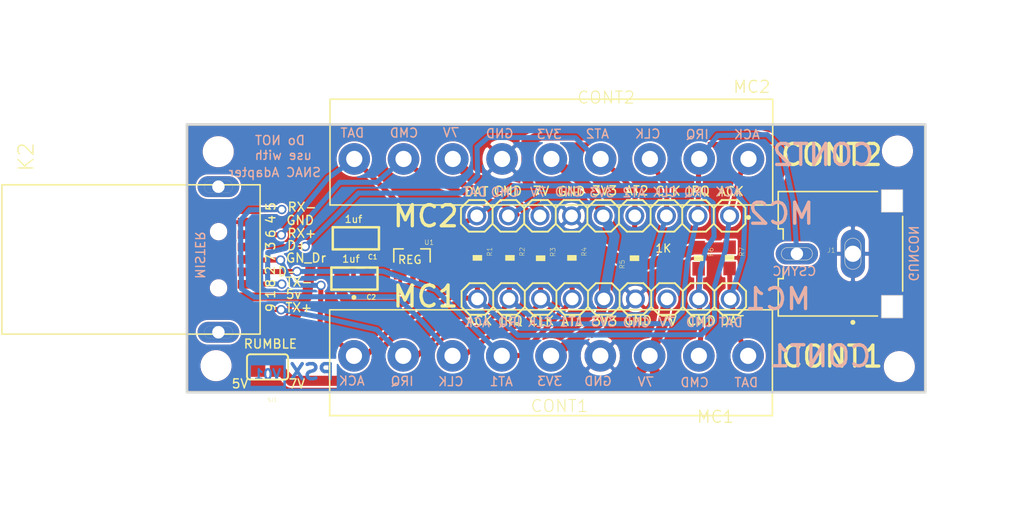
<source format=kicad_pcb>
(kicad_pcb (version 20171130) (host pcbnew "(5.1.12)-1")
  (layers (0 Top signal) (31 Bottom signal) (34 B.Paste user) (35 F.Paste user) (36 B.SilkS user) (37 F.SilkS user) (38 B.Mask user) (39 F.Mask user) (44 Edge.Cuts user))
  (net 0 "")
  (net 1 /IRQ10)
  (net 2 /CLK)
  (net 3 /5V)
  (net 4 /GND)
  (net 5 /DAT)
  (net 6 /ATT2)
  (net 7 /CMD)
  (net 8 /ATT1)
  (net 9 /ACK)
  (net 10 /3V)
  (net 11 /7V)
  (module "" (layer Top) (at 176.0855 113.7031)
    (fp_text reference @HOLE0 hide)
    (fp_text value "" (at 0 0) (layer F.SilkS) (effects (font (size 1.27 1.27))))
    (pad "" np_thru_hole circle (at 0 0) (size 2.2 2.2) (drill 2.2) (layers *.Cu *.Mask))
  )
  (module "" (layer Top) (at 121.3485 96.4311)
    (fp_text reference @HOLE1 hide)
    (fp_text value "" (at 0 0) (layer F.SilkS) (effects (font (size 1.27 1.27))))
    (pad "" np_thru_hole circle (at 0 0) (size 2.2 2.2) (drill 2.2) (layers *.Cu *.Mask))
  )
  (module "" (layer Top) (at 175.9331 96.3803)
    (fp_text reference @HOLE2 hide)
    (fp_text value "" (at 0 0) (layer F.SilkS) (effects (font (size 1.27 1.27))))
    (pad "" np_thru_hole circle (at 0 0) (size 2.2 2.2) (drill 2.2) (layers *.Cu *.Mask))
  )
  (module "" (layer Top) (at 121.1707 113.6269)
    (fp_text reference @HOLE3 hide)
    (fp_text value "" (at 0 0) (layer F.SilkS) (effects (font (size 1.27 1.27))))
    (pad "" np_thru_hole circle (at 0 0) (size 2.2 2.2) (drill 2.2) (layers *.Cu *.Mask))
  )
  (module "" (layer Top) (at 121.3739 102.8573)
    (fp_text reference @HOLE4 hide)
    (fp_text value "" (at 0 0) (layer F.SilkS) (effects (font (size 1.27 1.27))))
    (pad "" np_thru_hole circle (at 0 0) (size 1.1 1.1) (drill 1.1) (layers *.Cu *.Mask))
  )
  (module "" (layer Top) (at 121.3739 107.3785)
    (fp_text reference @HOLE5 hide)
    (fp_text value "" (at 0 0) (layer F.SilkS) (effects (font (size 1.27 1.27))))
    (pad "" np_thru_hole circle (at 0 0) (size 1.1 1.1) (drill 1.1) (layers *.Cu *.Mask))
  )
  (module psx-mister:692112030100 (layer Top) (at 123.8123 105.0925 90)
    (fp_text reference K2 (at 7 -17.2 90) (layer F.SilkS) (effects (font (size 1.2065 1.2065) (thickness 0.1016)) (justify left bottom)))
    (fp_text value 692112030100)
    (fp_arc (start 5.825 -1.775) (end 5.8 -1.3) (angle 90) (layer Edge.Cuts) (width 0.01))
    (fp_line (start 5.85 -1.3) (end 5.8 -1.3) (layer Edge.Cuts) (width 0.01))
    (fp_arc (start 5.85 -1.8) (end 6.35 -1.8) (angle 90) (layer Edge.Cuts) (width 0.01))
    (fp_line (start 6.35 -3.11) (end 6.35 -1.8) (layer Edge.Cuts) (width 0.01))
    (fp_arc (start 5.86 -3.11) (end 5.86 -3.6) (angle 90) (layer Edge.Cuts) (width 0.01))
    (fp_line (start 5.84 -3.6) (end 5.86 -3.6) (layer Edge.Cuts) (width 0.01))
    (fp_arc (start 5.84 -3.11) (end 5.35 -3.11) (angle 90) (layer Edge.Cuts) (width 0.01))
    (fp_line (start 5.35 -1.8) (end 5.35 -3.11) (layer Edge.Cuts) (width 0.01))
    (fp_line (start 5.35 -1.69) (end 5.35 -1.8) (layer Edge.Cuts) (width 0.01))
    (fp_arc (start -5.885 -1.765) (end -5.91 -1.3) (angle 90) (layer Edge.Cuts) (width 0.01))
    (fp_line (start -5.83 -1.3) (end -5.91 -1.3) (layer Edge.Cuts) (width 0.01))
    (fp_arc (start -5.83 -1.78) (end -5.35 -1.78) (angle 90) (layer Edge.Cuts) (width 0.01))
    (fp_line (start -5.35 -3.06) (end -5.35 -1.78) (layer Edge.Cuts) (width 0.01))
    (fp_arc (start -5.865 -3.085) (end -5.84 -3.6) (angle 90) (layer Edge.Cuts) (width 0.01))
    (fp_line (start -5.85 -3.6) (end -5.84 -3.6) (layer Edge.Cuts) (width 0.01))
    (fp_arc (start -5.85 -3.1) (end -6.35 -3.1) (angle 90) (layer Edge.Cuts) (width 0.01))
    (fp_line (start -6.35 -1.79) (end -6.35 -3.1) (layer Edge.Cuts) (width 0.01))
    (pad 9 smd rect (at -4 0 180) (size 1.8 0.7) (layers Top F.Paste F.Mask) (net 1 /IRQ10))
    (pad 5 smd rect (at 4 0 180) (size 1.8 0.7) (layers Top F.Paste F.Mask) (net 2 /CLK))
    (pad 1 smd rect (at -3 0 180) (size 1.8 0.7) (layers Top F.Paste F.Mask) (net 3 /5V))
    (pad 4 smd rect (at 3 0 180) (size 1.8 0.7) (layers Top F.Paste F.Mask) (net 4 /GND))
    (pad 6 smd rect (at 2 0 180) (size 1.8 0.7) (layers Top F.Paste F.Mask) (net 5 /DAT))
    (pad 3 smd rect (at 1 0 180) (size 1.8 0.7) (layers Top F.Paste F.Mask) (net 6 /ATT2))
    (pad 8 smd rect (at -2 0 180) (size 1.8 0.7) (layers Top F.Paste F.Mask) (net 7 /CMD))
    (pad 2 smd rect (at -1 0 180) (size 1.8 0.7) (layers Top F.Paste F.Mask) (net 8 /ATT1))
    (pad 7 smd rect (at 0 0 180) (size 1.8 0.7) (layers Top F.Paste F.Mask) (net 9 /ACK))
    (pad Z2 thru_hole oval (at -5.85 -2.45 180) (size 3.3528 1.6764) (drill 1) (layers *.Cu *.Mask))
    (pad Z1 thru_hole oval (at 5.85 -2.45 180) (size 3.3528 1.6764) (drill 1) (layers *.Cu *.Mask))
  )
  (module psx-mister:C0805 (layer Top) (at 132.407659 103.393241 180)
    (fp_text reference C1 (at -1.778 -1.27 180) (layer F.SilkS) (effects (font (size 0.38608 0.38608) (thickness 0.073152)) (justify right top)))
    (fp_text value 1uf)
    (pad 2 smd rect (at 1.016 0 180) (size 1.2 1.3) (layers Top F.Paste F.Mask) (net 3 /5V))
    (pad 1 smd rect (at -1.016 0 180) (size 1.2 1.3) (layers Top F.Paste F.Mask) (net 4 /GND))
  )
  (module psx-mister:C0805 (layer Top) (at 132.2959 106.629207 180)
    (fp_text reference C2 (at -1.778 -1.27 180) (layer F.SilkS) (effects (font (size 0.38608 0.38608) (thickness 0.073152)) (justify right top)))
    (fp_text value 1uf)
    (pad 2 smd rect (at 1.016 0 180) (size 1.2 1.3) (layers Top F.Paste F.Mask) (net 10 /3V))
    (pad 1 smd rect (at -1.016 0 180) (size 1.2 1.3) (layers Top F.Paste F.Mask) (net 4 /GND))
  )
  (module psx-mister:SOT-23 (layer Top) (at 136.9187 105.0417)
    (fp_text reference U1 (at 0.961481 -1.095918) (layer F.SilkS) (effects (font (size 0.38608 0.38608) (thickness 0.042468)) (justify left bottom)))
    (fp_text value "PMIC-LDO-XC6206P332MR-G(SOT23)")
    (pad 1 smd rect (at -0.95 1.06 180) (size 1.016 1.2) (layers Top F.Paste F.Mask) (net 4 /GND))
    (pad 2 smd rect (at 0.95 1.06) (size 1.016 1.2) (layers Top F.Paste F.Mask) (net 10 /3V))
    (pad 3 smd rect (at 0 -1.06) (size 1.016 1.2) (layers Top F.Paste F.Mask) (net 3 /5V))
  )
  (module psx-mister:CUI_RCJ-044 (layer Top) (at 172.3517 104.6353)
    (fp_text reference J1 (at -2.0884 -0.0564) (layer F.SilkS) (effects (font (size 0.38608 0.38608) (thickness 0.030886)) (justify left bottom)))
    (fp_text value RCJ-044)
    (fp_arc (start 0 -0.6) (end 0 -1.25) (angle 90) (layer Edge.Cuts) (width 0.05))
    (fp_arc (start 0 -0.6) (end -0.65 -0.6) (angle 90) (layer Edge.Cuts) (width 0.05))
    (fp_line (start -0.65 0.6) (end -0.65 -0.6) (layer Edge.Cuts) (width 0.05))
    (fp_arc (start 0 0.6) (end 0 1.25) (angle 90) (layer Edge.Cuts) (width 0.05))
    (fp_arc (start 0 0.6) (end 0.65 0.6) (angle 90) (layer Edge.Cuts) (width 0.05))
    (fp_line (start 0.65 -0.6) (end 0.65 0.6) (layer Edge.Cuts) (width 0.05))
    (fp_arc (start -3.75 0) (end -3.75 -0.5) (angle 90) (layer Edge.Cuts) (width 0.05))
    (fp_line (start -5.25 -0.5) (end -3.75 -0.5) (layer Edge.Cuts) (width 0.05))
    (fp_arc (start -5.25 0) (end -5.75 0) (angle 90) (layer Edge.Cuts) (width 0.05))
    (fp_arc (start -5.25 0) (end -5.25 0.5) (angle 90) (layer Edge.Cuts) (width 0.05))
    (fp_line (start -3.75 0.5) (end -5.25 0.5) (layer Edge.Cuts) (width 0.05))
    (fp_arc (start -3.75 0) (end -3.25 0) (angle 90) (layer Edge.Cuts) (width 0.05))
    (fp_line (start 4 3.35) (end 2.3 3.35) (layer Edge.Cuts) (width 0.05))
    (fp_line (start 4 5.15) (end 4 3.35) (layer Edge.Cuts) (width 0.05))
    (fp_line (start 2.3 5.15) (end 4 5.15) (layer Edge.Cuts) (width 0.05))
    (fp_line (start 2.3 3.35) (end 2.3 5.15) (layer Edge.Cuts) (width 0.05))
    (fp_line (start 4 -5.15) (end 2.3 -5.15) (layer Edge.Cuts) (width 0.05))
    (fp_line (start 4 -3.35) (end 4 -5.15) (layer Edge.Cuts) (width 0.05))
    (fp_line (start 2.3 -3.35) (end 4 -3.35) (layer Edge.Cuts) (width 0.05))
    (fp_line (start 2.3 -5.15) (end 2.3 -3.35) (layer Edge.Cuts) (width 0.05))
    (pad 2 thru_hole oval (at -4.5 0 180) (size 3.4 1.7) (drill 1) (layers *.Cu *.Mask) (net 1 /IRQ10))
    (pad 1 thru_hole oval (at 0 0 90) (size 3.9 1.95) (drill 1.3) (layers *.Cu *.Mask) (net 4 /GND))
  )
  (module psx-mister:1X09-S (layer Top) (at 152.3365 108.2675)
    (fp_text reference MC1 (at 7.4168 10.033) (layer F.SilkS) (effects (font (size 0.9652 0.9652) (thickness 0.09652)) (justify left bottom)))
    (fp_text value PINHD-1X09_2.54-S)
    (pad 9 thru_hole circle (at 10.16 0) (size 1.524 1.524) (drill 1.016) (layers *.Cu *.Mask) (net 5 /DAT))
    (pad 8 thru_hole circle (at 7.62 0) (size 1.524 1.524) (drill 1.016) (layers *.Cu *.Mask) (net 7 /CMD))
    (pad 7 thru_hole circle (at 5.08 0) (size 1.524 1.524) (drill 1.016) (layers *.Cu *.Mask) (net 11 /7V))
    (pad 6 thru_hole circle (at 2.54 0) (size 1.524 1.524) (drill 1.016) (layers *.Cu *.Mask) (net 4 /GND))
    (pad 5 thru_hole circle (at 0 0) (size 1.524 1.524) (drill 1.016) (layers *.Cu *.Mask) (net 10 /3V))
    (pad 4 thru_hole circle (at -2.54 0) (size 1.524 1.524) (drill 1.016) (layers *.Cu *.Mask) (net 8 /ATT1))
    (pad 3 thru_hole circle (at -5.08 0) (size 1.524 1.524) (drill 1.016) (layers *.Cu *.Mask) (net 2 /CLK))
    (pad 2 thru_hole circle (at -7.62 0) (size 1.524 1.524) (drill 1.016) (layers *.Cu *.Mask) (net 1 /IRQ10))
    (pad 1 thru_hole circle (at -10.16 0) (size 1.524 1.524) (drill 1.016) (layers *.Cu *.Mask) (net 9 /ACK))
  )
  (module psx-mister:TE_PS2 (layer Top) (at 148.0947 112.8395)
    (fp_text reference CONT1 (at -1.6958 4.5964) (layer F.SilkS) (effects (font (size 0.9652 0.9652) (thickness 0.077216)) (justify left bottom)))
    (fp_text value PS2)
    (pad 9 thru_hole circle (at 15.84 0) (size 2.54 2.54) (drill 1.3) (layers *.Cu *.Mask) (net 5 /DAT))
    (pad 8 thru_hole circle (at 11.88 0) (size 2.54 2.54) (drill 1.3) (layers *.Cu *.Mask) (net 7 /CMD))
    (pad 7 thru_hole circle (at 7.92 0) (size 2.54 2.54) (drill 1.3) (layers *.Cu *.Mask) (net 11 /7V))
    (pad 6 thru_hole circle (at 3.96 0) (size 2.54 2.54) (drill 1.3) (layers *.Cu *.Mask) (net 4 /GND))
    (pad 5 thru_hole circle (at 0 0) (size 2.54 2.54) (drill 1.3) (layers *.Cu *.Mask) (net 10 /3V))
    (pad 4 thru_hole circle (at -3.96 0) (size 2.54 2.54) (drill 1.3) (layers *.Cu *.Mask) (net 8 /ATT1))
    (pad 3 thru_hole circle (at -7.92 0) (size 2.54 2.54) (drill 1.3) (layers *.Cu *.Mask) (net 2 /CLK))
    (pad 2 thru_hole circle (at -11.88 0) (size 2.54 2.54) (drill 1.3) (layers *.Cu *.Mask) (net 1 /IRQ10))
    (pad 1 thru_hole circle (at -15.84 0 180) (size 2.54 2.54) (drill 1.3) (layers *.Cu *.Mask) (net 9 /ACK))
  )
  (module psx-mister:1X09-S (layer Top) (at 152.2857 101.5873 180)
    (fp_text reference MC2 (at -10.3886 9.8044) (layer F.SilkS) (effects (font (size 0.9652 0.9652) (thickness 0.09652)) (justify left bottom)))
    (fp_text value PINHD-1X09_2.54-S)
    (pad 9 thru_hole circle (at 10.16 0 180) (size 1.524 1.524) (drill 1.016) (layers *.Cu *.Mask) (net 5 /DAT))
    (pad 8 thru_hole circle (at 7.62 0 180) (size 1.524 1.524) (drill 1.016) (layers *.Cu *.Mask) (net 7 /CMD))
    (pad 7 thru_hole circle (at 5.08 0 180) (size 1.524 1.524) (drill 1.016) (layers *.Cu *.Mask) (net 11 /7V))
    (pad 6 thru_hole circle (at 2.54 0 180) (size 1.524 1.524) (drill 1.016) (layers *.Cu *.Mask) (net 4 /GND))
    (pad 5 thru_hole circle (at 0 0 180) (size 1.524 1.524) (drill 1.016) (layers *.Cu *.Mask) (net 10 /3V))
    (pad 4 thru_hole circle (at -2.54 0 180) (size 1.524 1.524) (drill 1.016) (layers *.Cu *.Mask) (net 6 /ATT2))
    (pad 3 thru_hole circle (at -5.08 0 180) (size 1.524 1.524) (drill 1.016) (layers *.Cu *.Mask) (net 2 /CLK))
    (pad 2 thru_hole circle (at -7.62 0 180) (size 1.524 1.524) (drill 1.016) (layers *.Cu *.Mask) (net 1 /IRQ10))
    (pad 1 thru_hole circle (at -10.16 0 180) (size 1.524 1.524) (drill 1.016) (layers *.Cu *.Mask) (net 9 /ACK))
  )
  (module psx-mister:TE_PS2 (layer Top) (at 148.1201 97.0153 180)
    (fp_text reference CONT2 (at -2.026 4.3678) (layer F.SilkS) (effects (font (size 0.9652 0.9652) (thickness 0.077216)) (justify left bottom)))
    (fp_text value PS2)
    (pad 9 thru_hole circle (at 15.84 0 180) (size 2.54 2.54) (drill 1.3) (layers *.Cu *.Mask) (net 5 /DAT))
    (pad 8 thru_hole circle (at 11.88 0 180) (size 2.54 2.54) (drill 1.3) (layers *.Cu *.Mask) (net 7 /CMD))
    (pad 7 thru_hole circle (at 7.92 0 180) (size 2.54 2.54) (drill 1.3) (layers *.Cu *.Mask) (net 11 /7V))
    (pad 6 thru_hole circle (at 3.96 0 180) (size 2.54 2.54) (drill 1.3) (layers *.Cu *.Mask) (net 4 /GND))
    (pad 5 thru_hole circle (at 0 0 180) (size 2.54 2.54) (drill 1.3) (layers *.Cu *.Mask) (net 10 /3V))
    (pad 4 thru_hole circle (at -3.96 0 180) (size 2.54 2.54) (drill 1.3) (layers *.Cu *.Mask) (net 6 /ATT2))
    (pad 3 thru_hole circle (at -7.92 0 180) (size 2.54 2.54) (drill 1.3) (layers *.Cu *.Mask) (net 2 /CLK))
    (pad 2 thru_hole circle (at -11.88 0 180) (size 2.54 2.54) (drill 1.3) (layers *.Cu *.Mask) (net 1 /IRQ10))
    (pad 1 thru_hole circle (at -15.84 0) (size 2.54 2.54) (drill 1.3) (layers *.Cu *.Mask) (net 9 /ACK))
  )
  (module psx-mister:SJ (layer Top) (at 125.3109 113.7285)
    (fp_text reference SJ1 (at -0.0254 2.8194) (layer F.SilkS) (effects (font (size 0.28956 0.28956) (thickness 0.028956)) (justify left bottom)))
    (fp_text value SJ)
    (pad 2 smd rect (at 0.762 0) (size 1.1684 1.6002) (layers Top F.Paste F.Mask) (net 11 /7V))
    (pad 1 smd rect (at -0.762 0) (size 1.1684 1.6002) (layers Top F.Paste F.Mask) (net 3 /5V))
  )
  (module psx-mister:0603-RES (layer Top) (at 142.1765 104.9655 270)
    (fp_text reference R1 (at -0.889 -0.762 270) (layer F.SilkS) (effects (font (size 0.38608 0.38608) (thickness 0.032512)) (justify right top)))
    (fp_text value 1K)
    (pad 2 smd rect (at 0.85 0 270) (size 1.1 1) (layers Top F.Paste F.Mask) (net 9 /ACK))
    (pad 1 smd rect (at -0.85 0 270) (size 1.1 1) (layers Top F.Paste F.Mask) (net 10 /3V))
  )
  (module psx-mister:0603-RES (layer Top) (at 144.7927 104.9655 270)
    (fp_text reference R2 (at -0.889 -0.762 270) (layer F.SilkS) (effects (font (size 0.38608 0.38608) (thickness 0.032512)) (justify right top)))
    (fp_text value 1K)
    (pad 2 smd rect (at 0.85 0 270) (size 1.1 1) (layers Top F.Paste F.Mask) (net 1 /IRQ10))
    (pad 1 smd rect (at -0.85 0 270) (size 1.1 1) (layers Top F.Paste F.Mask) (net 10 /3V))
  )
  (module psx-mister:0603-RES (layer Top) (at 147.2565 104.9909 270)
    (fp_text reference R3 (at -0.889 -0.762 270) (layer F.SilkS) (effects (font (size 0.38608 0.38608) (thickness 0.032512)) (justify right top)))
    (fp_text value 1K)
    (pad 2 smd rect (at 0.85 0 270) (size 1.1 1) (layers Top F.Paste F.Mask) (net 2 /CLK))
    (pad 1 smd rect (at -0.85 0 270) (size 1.1 1) (layers Top F.Paste F.Mask) (net 10 /3V))
  )
  (module psx-mister:0603-RES (layer Top) (at 149.7711 104.9655 270)
    (fp_text reference R4 (at -0.889 -0.762 270) (layer F.SilkS) (effects (font (size 0.38608 0.38608) (thickness 0.032512)) (justify right top)))
    (fp_text value 1K)
    (pad 2 smd rect (at 0.85 0 270) (size 1.1 1) (layers Top F.Paste F.Mask) (net 8 /ATT1))
    (pad 1 smd rect (at -0.85 0 270) (size 1.1 1) (layers Top F.Paste F.Mask) (net 10 /3V))
  )
  (module psx-mister:0603-RES (layer Top) (at 154.8003 104.9909 90)
    (fp_text reference R5 (at -0.889 -0.762 90) (layer F.SilkS) (effects (font (size 0.38608 0.38608) (thickness 0.032512)) (justify left bottom)))
    (fp_text value 1K)
    (pad 2 smd rect (at 0.85 0 90) (size 1.1 1) (layers Top F.Paste F.Mask) (net 6 /ATT2))
    (pad 1 smd rect (at -0.85 0 90) (size 1.1 1) (layers Top F.Paste F.Mask) (net 10 /3V))
  )
  (module psx-mister:0603-RES (layer Top) (at 159.9565 104.9909 270)
    (fp_text reference R6 (at -0.889 -0.762 270) (layer F.SilkS) (effects (font (size 0.38608 0.38608) (thickness 0.032512)) (justify right top)))
    (fp_text value 1K)
    (pad 2 smd rect (at 0.85 0 270) (size 1.1 1) (layers Top F.Paste F.Mask) (net 7 /CMD))
    (pad 1 smd rect (at -0.85 0 270) (size 1.1 1) (layers Top F.Paste F.Mask) (net 10 /3V))
  )
  (module psx-mister:0603-RES (layer Top) (at 162.4457 104.9655 270)
    (fp_text reference R7 (at -0.889 -0.762 270) (layer F.SilkS) (effects (font (size 0.38608 0.38608) (thickness 0.032512)) (justify right top)))
    (fp_text value 1K)
    (pad 2 smd rect (at 0.85 0 270) (size 1.1 1) (layers Top F.Paste F.Mask) (net 5 /DAT))
    (pad 1 smd rect (at -0.85 0 270) (size 1.1 1) (layers Top F.Paste F.Mask) (net 10 /3V))
  )
  (gr_line (start 118.8339 115.7605) (end 178.1683 115.7605) (layer Edge.Cuts) (width 0.2032))
  (gr_line (start 178.1683 115.7605) (end 178.1683 94.2467) (layer Edge.Cuts) (width 0.2032))
  (gr_line (start 178.1683 94.2467) (end 118.8339 94.2467) (layer Edge.Cuts) (width 0.2032))
  (gr_line (start 118.8339 94.2467) (end 118.8339 115.7605) (layer Edge.Cuts) (width 0.2032))
  (gr_text PSX (at 126.9365 113.4237) (layer Bottom) (effects (font (size 1.2065 1.2065) (thickness 0.2794)) (justify right top mirror)))
  (gr_text 7V (at 156.4513 115.3541) (layer B.SilkS) (effects (font (size 0.7239 0.7239) (thickness 0.1143)) (justify left bottom mirror)))
  (gr_text DAT (at 164.8079 115.4049) (layer B.SilkS) (effects (font (size 0.7239 0.7239) (thickness 0.1143)) (justify left bottom mirror)))
  (gr_text CMD (at 160.8455 115.4049) (layer B.SilkS) (effects (font (size 0.7239 0.7239) (thickness 0.1143)) (justify left bottom mirror)))
  (gr_text CLK (at 141.1351 115.3287) (layer B.SilkS) (effects (font (size 0.7239 0.7239) (thickness 0.1143)) (justify left bottom mirror)))
  (gr_text 3V3 (at 149.0599 115.3033) (layer B.SilkS) (effects (font (size 0.7239 0.7239) (thickness 0.1143)) (justify left bottom mirror)))
  (gr_text GND (at 153.0477 115.3033) (layer B.SilkS) (effects (font (size 0.7239 0.7239) (thickness 0.1143)) (justify left bottom mirror)))
  (gr_text RUMBLE (at 123.3297 112.3061) (layer F.SilkS) (effects (font (size 0.7239 0.7239) (thickness 0.1143)) (justify left bottom)))
  (gr_text REG (at 137.7569 104.7369) (layer F.SilkS) (effects (font (size 0.65151 0.65151) (thickness 0.10287)) (justify right top)))
  (gr_text CONT1 (at 166.4589 113.8809) (layer F.SilkS) (effects (font (size 1.6891 1.6891) (thickness 0.2667)) (justify left bottom)))
  (gr_text 7V (at 126.9365 115.5065) (layer F.SilkS) (effects (font (size 0.7239 0.7239) (thickness 0.1143)) (justify left bottom)))
  (gr_text AT1 (at 145.0975 115.3287) (layer B.SilkS) (effects (font (size 0.7239 0.7239) (thickness 0.1143)) (justify left bottom mirror)))
  (gr_text ACK (at 133.1849 115.2779) (layer B.SilkS) (effects (font (size 0.7239 0.7239) (thickness 0.1143)) (justify left bottom mirror)))
  (gr_text "use with " (at 128.9431 97.1423) (layer B.SilkS) (effects (font (size 0.7239 0.7239) (thickness 0.1143)) (justify left bottom mirror)))
  (gr_text "SNAC Adapter" (at 122.1105 97.6757) (layer B.SilkS) (effects (font (size 0.7239 0.7239) (thickness 0.1143)) (justify right top mirror)))
  (gr_text 1 (at 125.9713 108.3183 90) (layer F.SilkS) (effects (font (size 0.7239 0.7239) (thickness 0.1143)) (justify left bottom)))
  (gr_text 9 (at 125.9967 109.3851 90) (layer F.SilkS) (effects (font (size 0.7239 0.7239) (thickness 0.1143)) (justify left bottom)))
  (gr_text 8 (at 125.9713 107.4293 90) (layer F.SilkS) (effects (font (size 0.7239 0.7239) (thickness 0.1143)) (justify left bottom)))
  (gr_text 2 (at 125.9459 106.3879 90) (layer F.SilkS) (effects (font (size 0.7239 0.7239) (thickness 0.1143)) (justify left bottom)))
  (gr_text 7 (at 125.9713 105.4227 90) (layer F.SilkS) (effects (font (size 0.7239 0.7239) (thickness 0.1143)) (justify left bottom)))
  (gr_text 3 (at 125.9713 104.4321 90) (layer F.SilkS) (effects (font (size 0.7239 0.7239) (thickness 0.1143)) (justify left bottom)))
  (gr_text 6 (at 125.9967 103.4415 90) (layer F.SilkS) (effects (font (size 0.7239 0.7239) (thickness 0.1143)) (justify left bottom)))
  (gr_text 4 (at 125.9967 102.2985 90) (layer F.SilkS) (effects (font (size 0.7239 0.7239) (thickness 0.1143)) (justify left bottom)))
  (gr_text 5 (at 125.9967 101.2571 90) (layer F.SilkS) (effects (font (size 0.7239 0.7239) (thickness 0.1143)) (justify left bottom)))
  (gr_text RX- (at 126.8603 101.3079) (layer F.SilkS) (effects (font (size 0.7239 0.7239) (thickness 0.1143)) (justify left bottom)))
  (gr_text RX+ (at 126.8349 103.4161) (layer F.SilkS) (effects (font (size 0.7239 0.7239) (thickness 0.1143)) (justify left bottom)))
  (gr_text TX- (at 126.7079 107.3277) (layer F.SilkS) (effects (font (size 0.7239 0.7239) (thickness 0.1143)) (justify left bottom)))
  (gr_text 5v (at 126.7079 108.3183) (layer F.SilkS) (effects (font (size 0.7239 0.7239) (thickness 0.1143)) (justify left bottom)))
  (gr_text TX+ (at 126.6825 109.3851) (layer F.SilkS) (effects (font (size 0.7239 0.7239) (thickness 0.1143)) (justify left bottom)))
  (gr_text GUNCON (at 177.6349 102.2985 -90) (layer B.SilkS) (effects (font (size 0.7239 0.7239) (thickness 0.1143)) (justify right top mirror)))
  (gr_text V01 (at 124.1171 113.8809) (layer Bottom) (effects (font (size 0.77216 0.77216) (thickness 0.178816)) (justify right top mirror)))
  (gr_text CSYNC (at 169.4815 106.4641) (layer B.SilkS) (effects (font (size 0.7239 0.7239) (thickness 0.1143)) (justify left bottom mirror)))
  (gr_text 1uf (at 131.4577 102.1969) (layer F.SilkS) (effects (font (size 0.57912 0.57912) (thickness 0.09144)) (justify left bottom)))
  (gr_text 1uf (at 132.7785 104.7115) (layer F.SilkS) (effects (font (size 0.57912 0.57912) (thickness 0.09144)) (justify right top)))
  (gr_text 7V (at 139.3317 94.4753) (layer B.SilkS) (effects (font (size 0.7239 0.7239) (thickness 0.1143)) (justify right top mirror)))
  (gr_text DAT (at 131.1021 94.5007) (layer B.SilkS) (effects (font (size 0.7239 0.7239) (thickness 0.1143)) (justify right top mirror)))
  (gr_text CMD (at 135.0645 94.5007) (layer B.SilkS) (effects (font (size 0.7239 0.7239) (thickness 0.1143)) (justify right top mirror)))
  (gr_text CLK (at 154.7749 94.5769) (layer B.SilkS) (effects (font (size 0.7239 0.7239) (thickness 0.1143)) (justify right top mirror)))
  (gr_text 3V3 (at 146.8755 94.6023) (layer B.SilkS) (effects (font (size 0.7239 0.7239) (thickness 0.1143)) (justify right top mirror)))
  (gr_text GND (at 142.7861 94.5515) (layer B.SilkS) (effects (font (size 0.7239 0.7239) (thickness 0.1143)) (justify right top mirror)))
  (gr_text AT2 (at 150.8125 94.5769) (layer B.SilkS) (effects (font (size 0.7239 0.7239) (thickness 0.1143)) (justify right top mirror)))
  (gr_text ACK (at 162.7251 94.6277) (layer B.SilkS) (effects (font (size 0.7239 0.7239) (thickness 0.1143)) (justify right top mirror)))
  (gr_text 5V (at 122.3645 115.5065) (layer F.SilkS) (effects (font (size 0.7239 0.7239) (thickness 0.1143)) (justify left bottom)))
  (gr_text IRQ (at 137.1219 115.3033) (layer B.SilkS) (effects (font (size 0.7239 0.7239) (thickness 0.1143)) (justify left bottom mirror)))
  (gr_text IRQ (at 158.8643 94.6277) (layer B.SilkS) (effects (font (size 0.7239 0.7239) (thickness 0.1143)) (justify right top mirror)))
  (gr_text 7V (at 156.8069 110.4519) (layer F.SilkS) (effects (font (size 0.7239 0.7239) (thickness 0.1143)) (justify left bottom)))
  (gr_text DAT (at 161.6329 110.4265) (layer F.SilkS) (effects (font (size 0.7239 0.7239) (thickness 0.1143)) (justify left bottom)))
  (gr_text CMD (at 158.9913 110.4519) (layer F.SilkS) (effects (font (size 0.7239 0.7239) (thickness 0.1143)) (justify left bottom)))
  (gr_text CLK (at 146.2405 110.4519) (layer F.SilkS) (effects (font (size 0.7239 0.7239) (thickness 0.1143)) (justify left bottom)))
  (gr_text 3V3 (at 151.3459 110.4773) (layer F.SilkS) (effects (font (size 0.7239 0.7239) (thickness 0.1143)) (justify left bottom)))
  (gr_text GND (at 153.9113 110.4265) (layer F.SilkS) (effects (font (size 0.7239 0.7239) (thickness 0.1143)) (justify left bottom)))
  (gr_text AT1 (at 148.8313 110.4773) (layer F.SilkS) (effects (font (size 0.7239 0.7239) (thickness 0.1143)) (justify left bottom)))
  (gr_text ACK (at 141.2367 110.4519) (layer F.SilkS) (effects (font (size 0.7239 0.7239) (thickness 0.1143)) (justify left bottom)))
  (gr_text IRQ (at 143.9037 110.4519) (layer F.SilkS) (effects (font (size 0.7239 0.7239) (thickness 0.1143)) (justify left bottom)))
  (gr_text 7V (at 148.0185 99.1743) (layer F.SilkS) (effects (font (size 0.7239 0.7239) (thickness 0.1143)) (justify right top)))
  (gr_text DAT (at 143.1417 99.2251) (layer F.SilkS) (effects (font (size 0.7239 0.7239) (thickness 0.1143)) (justify right top)))
  (gr_text CMD (at 145.8341 99.1743) (layer F.SilkS) (effects (font (size 0.7239 0.7239) (thickness 0.1143)) (justify right top)))
  (gr_text CLK (at 158.5849 99.1743) (layer F.SilkS) (effects (font (size 0.7239 0.7239) (thickness 0.1143)) (justify right top)))
  (gr_text 3V3 (at 153.4795 99.1489) (layer F.SilkS) (effects (font (size 0.7239 0.7239) (thickness 0.1143)) (justify right top)))
  (gr_text GND (at 150.9141 99.1997) (layer F.SilkS) (effects (font (size 0.7239 0.7239) (thickness 0.1143)) (justify right top)))
  (gr_text AT2 (at 155.9941 99.1489) (layer F.SilkS) (effects (font (size 0.7239 0.7239) (thickness 0.1143)) (justify right top)))
  (gr_text ACK (at 163.6649 99.1997) (layer F.SilkS) (effects (font (size 0.7239 0.7239) (thickness 0.1143)) (justify right top)))
  (gr_text IRQ (at 160.9217 99.1743) (layer F.SilkS) (effects (font (size 0.7239 0.7239) (thickness 0.1143)) (justify right top)))
  (gr_text 7V (at 156.6799 109.7153) (layer B.SilkS) (effects (font (size 0.7239 0.7239) (thickness 0.1143)) (justify right top mirror)))
  (gr_text DAT (at 161.5059 109.7407) (layer B.SilkS) (effects (font (size 0.7239 0.7239) (thickness 0.1143)) (justify right top mirror)))
  (gr_text CMD (at 158.8643 109.7153) (layer B.SilkS) (effects (font (size 0.7239 0.7239) (thickness 0.1143)) (justify right top mirror)))
  (gr_text CLK (at 146.1135 109.7153) (layer B.SilkS) (effects (font (size 0.7239 0.7239) (thickness 0.1143)) (justify right top mirror)))
  (gr_text 3V3 (at 151.2189 109.6899) (layer B.SilkS) (effects (font (size 0.7239 0.7239) (thickness 0.1143)) (justify right top mirror)))
  (gr_text GND (at 153.7843 109.7407) (layer B.SilkS) (effects (font (size 0.7239 0.7239) (thickness 0.1143)) (justify right top mirror)))
  (gr_text AT1 (at 148.7043 109.6899) (layer B.SilkS) (effects (font (size 0.7239 0.7239) (thickness 0.1143)) (justify right top mirror)))
  (gr_text ACK (at 141.0335 109.7407) (layer B.SilkS) (effects (font (size 0.7239 0.7239) (thickness 0.1143)) (justify right top mirror)))
  (gr_text IRQ (at 143.7767 109.7153) (layer B.SilkS) (effects (font (size 0.7239 0.7239) (thickness 0.1143)) (justify right top mirror)))
  (gr_text 7V (at 147.7899 100.1141) (layer B.SilkS) (effects (font (size 0.7239 0.7239) (thickness 0.1143)) (justify left bottom mirror)))
  (gr_text DAT (at 142.9639 100.0887) (layer B.SilkS) (effects (font (size 0.7239 0.7239) (thickness 0.1143)) (justify left bottom mirror)))
  (gr_text CMD (at 145.6055 100.1141) (layer B.SilkS) (effects (font (size 0.7239 0.7239) (thickness 0.1143)) (justify left bottom mirror)))
  (gr_text CLK (at 158.3563 100.1141) (layer B.SilkS) (effects (font (size 0.7239 0.7239) (thickness 0.1143)) (justify left bottom mirror)))
  (gr_text 3V3 (at 153.2509 100.1395) (layer B.SilkS) (effects (font (size 0.7239 0.7239) (thickness 0.1143)) (justify left bottom mirror)))
  (gr_text GND (at 150.6855 100.0887) (layer B.SilkS) (effects (font (size 0.7239 0.7239) (thickness 0.1143)) (justify left bottom mirror)))
  (gr_text AT2 (at 155.7655 100.1395) (layer B.SilkS) (effects (font (size 0.7239 0.7239) (thickness 0.1143)) (justify left bottom mirror)))
  (gr_text ACK (at 163.4363 100.0887) (layer B.SilkS) (effects (font (size 0.7239 0.7239) (thickness 0.1143)) (justify left bottom mirror)))
  (gr_text IRQ (at 160.6931 100.1141) (layer B.SilkS) (effects (font (size 0.7239 0.7239) (thickness 0.1143)) (justify left bottom mirror)))
  (gr_text CONT2 (at 166.4081 97.6757) (layer F.SilkS) (effects (font (size 1.6891 1.6891) (thickness 0.2667)) (justify left bottom)))
  (gr_text MC1 (at 135.2169 109.0549) (layer F.SilkS) (effects (font (size 1.6891 1.6891) (thickness 0.2667)) (justify left bottom)))
  (gr_text MC2 (at 135.2423 102.6033) (layer F.SilkS) (effects (font (size 1.6891 1.6891) (thickness 0.2667)) (justify left bottom)))
  (gr_text CONT1 (at 173.9773 113.8555) (layer B.SilkS) (effects (font (size 1.6891 1.6891) (thickness 0.2667)) (justify left bottom mirror)))
  (gr_text CONT2 (at 174.2059 97.6757) (layer B.SilkS) (effects (font (size 1.6891 1.6891) (thickness 0.2667)) (justify left bottom mirror)))
  (gr_text MC2 (at 169.3799 102.4001) (layer B.SilkS) (effects (font (size 1.6891 1.6891) (thickness 0.2667)) (justify left bottom mirror)))
  (gr_text MC1 (at 169.1259 109.2581) (layer B.SilkS) (effects (font (size 1.6891 1.6891) (thickness 0.2667)) (justify left bottom mirror)))
  (gr_text "Do NOT" (at 128.3843 95.9485) (layer B.SilkS) (effects (font (size 0.7239 0.7239) (thickness 0.1143)) (justify left bottom mirror)))
  (gr_text D+ (at 126.8095 104.4067) (layer F.SilkS) (effects (font (size 0.7239 0.7239) (thickness 0.1143)) (justify left bottom)))
  (gr_text GN_Dr (at 126.7333 105.3973) (layer F.SilkS) (effects (font (size 0.7239 0.7239) (thickness 0.1143)) (justify left bottom)))
  (gr_text GND (at 126.7587 102.3747) (layer F.SilkS) (effects (font (size 0.7239 0.7239) (thickness 0.1143)) (justify left bottom)))
  (gr_text D- (at 126.0729 106.4895) (layer F.SilkS) (effects (font (size 0.7239 0.7239) (thickness 0.1143)) (justify left bottom)))
  (gr_text MISTER (at 120.2817 102.7811 -90) (layer B.SilkS) (effects (font (size 0.7239 0.7239) (thickness 0.1143)) (justify right top mirror)))
  (gr_text 1K (at 157.8229 103.8225) (layer F.SilkS) (effects (font (size 0.65151 0.65151) (thickness 0.10287)) (justify right top)))
  (segment (start 148.0947 112.8395) (end 151.9047 110.2233) (width 0.8128) (layer Top) (net 10))
  (segment (start 151.9047 110.2233) (end 152.3365 108.2675) (width 0.8128) (layer Top) (net 10))
  (segment (start 148.1201 97.0153) (end 150.6093 98.8695) (width 0.8128) (layer Top) (net 10))
  (segment (start 150.6093 98.8695) (end 151.0157 99.2251) (width 0.8128) (layer Top) (net 10))
  (segment (start 151.0157 99.2251) (end 151.9047 100.5967) (width 0.8128) (layer Top) (net 10))
  (segment (start 151.9047 100.5967) (end 152.2857 101.5873) (width 0.8128) (layer Top) (net 10))
  (segment (start 137.8687 106.1017) (end 138.9795 103.4415) (width 0.8128) (layer Top) (net 10))
  (segment (start 152.2857 104.3305) (end 152.3619 106.2355) (width 0.8128) (layer Top) (net 10))
  (segment (start 152.3619 106.2355) (end 152.3365 108.2675) (width 0.8128) (layer Top) (net 10))
  (segment (start 131.2799 106.629207) (end 131.2799 107.8103) (width 0.8128) (layer Top) (net 10))
  (segment (start 131.2799 107.8103) (end 131.8387 108.7247) (width 0.8128) (layer Top) (net 10))
  (segment (start 131.8387 108.7247) (end 135.5725 108.7247) (width 0.8128) (layer Top) (net 10))
  (segment (start 135.5725 108.7247) (end 135.6233 108.7247) (width 0.6096) (layer Top) (net 10))
  (segment (start 152.2857 101.5873) (end 153.2001 103.2383) (width 0.8128) (layer Bottom) (net 10))
  (segment (start 153.2001 103.2383) (end 152.3365 108.2675) (width 0.8128) (layer Bottom) (net 10))
  (segment (start 137.8687 106.1017) (end 137.8687 107.0127) (width 0.8128) (layer Top) (net 10))
  (segment (start 137.8687 107.0127) (end 136.6393 108.2421) (width 0.8128) (layer Top) (net 10))
  (segment (start 136.6393 108.2421) (end 135.5725 108.7247) (width 0.8128) (layer Top) (net 10))
  (segment (start 138.9795 103.4415) (end 141.4145 103.4415) (width 0.8128) (layer Top) (net 10))
  (segment (start 141.4145 103.4415) (end 142.1765 104.1155) (width 0.8128) (layer Top) (net 10))
  (segment (start 144.7927 104.1155) (end 142.1765 104.1155) (width 0.8128) (layer Top) (net 10))
  (segment (start 147.2565 104.1409) (end 144.7927 104.1155) (width 0.8128) (layer Top) (net 10))
  (segment (start 149.7711 104.1155) (end 147.2565 104.1409) (width 0.8128) (layer Top) (net 10))
  (segment (start 152.2857 104.3305) (end 149.7711 104.1155) (width 0.8128) (layer Top) (net 10))
  (segment (start 154.8003 105.8409) (end 152.2857 104.3305) (width 0.8128) (layer Top) (net 10))
  (segment (start 154.8003 105.8409) (end 159.9565 104.1409) (width 0.8128) (layer Top) (net 10))
  (segment (start 159.9565 104.1409) (end 162.4457 104.1155) (width 0.8128) (layer Top) (net 10))
  (segment (start 144.1347 112.8395) (end 145.6309 112.8141) (width 0.4064) (layer Top) (net 8))
  (segment (start 123.8123 106.0925) (end 123.8217 106.0831) (width 0.4064) (layer Top) (net 8))
  (segment (start 123.8217 106.0831) (end 127.6731 106.0577) (width 0.4064) (layer Top) (net 8))
  (via (at 127.6731 106.0577) (size 0.754) (drill 0.5) (layers Top Bottom) (net 8))
  (segment (start 127.6731 106.0577) (end 134.5819 106.0323) (width 0.4064) (layer Bottom) (net 8))
  (segment (start 134.5819 106.0323) (end 138.8261 107.5309) (width 0.4064) (layer Bottom) (net 8))
  (segment (start 138.8261 107.5309) (end 144.1347 112.8395) (width 0.4064) (layer Bottom) (net 8))
  (segment (start 149.7965 108.2675) (end 149.4663 108.7247) (width 0.4064) (layer Top) (net 8))
  (segment (start 149.4663 108.7247) (end 147.7899 110.5281) (width 0.4064) (layer Top) (net 8))
  (segment (start 147.7899 110.5281) (end 145.6309 112.8141) (width 0.4064) (layer Top) (net 8))
  (segment (start 149.7711 105.8155) (end 149.7965 108.2675) (width 0.4064) (layer Top) (net 8))
  (segment (start 159.9747 112.8395) (end 160.1851 110.6987) (width 0.4064) (layer Top) (net 7))
  (segment (start 160.1851 110.6987) (end 159.9565 108.2675) (width 0.4064) (layer Top) (net 7))
  (segment (start 144.6657 101.5873) (end 145.3515 101.4857) (width 0.4064) (layer Top) (net 7))
  (segment (start 145.3515 101.4857) (end 144.3863 100.7745) (width 0.4064) (layer Top) (net 7))
  (segment (start 144.3863 100.7745) (end 143.1925 100.3935) (width 0.4064) (layer Top) (net 7))
  (segment (start 143.1925 100.3935) (end 141.4399 99.8601) (width 0.4064) (layer Top) (net 7))
  (segment (start 141.4399 99.8601) (end 140.1445 99.4029) (width 0.4064) (layer Top) (net 7))
  (segment (start 140.1445 99.4029) (end 138.4935 98.7679) (width 0.4064) (layer Top) (net 7))
  (segment (start 138.4935 98.7679) (end 136.2401 97.1749) (width 0.4064) (layer Top) (net 7))
  (segment (start 136.2401 97.1749) (end 136.2401 97.0153) (width 0.4064) (layer Top) (net 7))
  (segment (start 161.1503 101.7905) (end 161.1249 100.5459) (width 0.4064) (layer Bottom) (net 7))
  (segment (start 147.2819 100.0125) (end 144.6657 101.5873) (width 0.4064) (layer Bottom) (net 7))
  (segment (start 161.1249 100.5459) (end 160.2105 99.9109) (width 0.4064) (layer Bottom) (net 7))
  (segment (start 160.2105 99.9109) (end 147.2819 100.0125) (width 0.4064) (layer Bottom) (net 7))
  (segment (start 159.9565 108.2675) (end 160.1089 105.9561) (width 0.4064) (layer Bottom) (net 7))
  (segment (start 160.1089 105.9561) (end 160.5153 104.3305) (width 0.4064) (layer Bottom) (net 7))
  (segment (start 160.5153 104.3305) (end 161.2011 103.2637) (width 0.4064) (layer Bottom) (net 7))
  (segment (start 161.2011 103.2637) (end 161.1503 101.7905) (width 0.4064) (layer Bottom) (net 7))
  (segment (start 123.8123 107.0925) (end 123.8311 107.0737) (width 0.4064) (layer Top) (net 7))
  (segment (start 123.8311 107.0737) (end 126.4539 107.0737) (width 0.4064) (layer Top) (net 7))
  (via (at 126.4539 107.0737) (size 0.754) (drill 0.5) (layers Top Bottom) (net 7))
  (segment (start 126.4539 107.0737) (end 125.3363 107.0737) (width 0.4064) (layer Bottom) (net 7))
  (segment (start 125.3363 107.0737) (end 125.3109 106.2863) (width 0.4064) (layer Bottom) (net 7))
  (segment (start 125.3109 106.2863) (end 125.3363 104.5337) (width 0.4064) (layer Bottom) (net 7))
  (segment (start 125.3363 104.5337) (end 126.7587 104.2035) (width 0.4064) (layer Bottom) (net 7))
  (segment (start 126.7587 104.2035) (end 127.8509 102.6541) (width 0.4064) (layer Bottom) (net 7))
  (segment (start 127.8509 102.6541) (end 131.1021 98.8949) (width 0.4064) (layer Bottom) (net 7))
  (segment (start 131.1021 98.8949) (end 134.0811 98.8949) (width 0.4064) (layer Bottom) (net 7))
  (segment (start 134.0811 98.8949) (end 136.2401 97.0153) (width 0.4064) (layer Bottom) (net 7))
  (segment (start 159.9565 105.8409) (end 159.9565 108.2675) (width 0.4064) (layer Top) (net 7))
  (segment (start 152.0801 97.0153) (end 153.7311 98.4631) (width 0.4064) (layer Top) (net 6))
  (segment (start 153.7311 98.4631) (end 154.3939 99.1997) (width 0.4064) (layer Top) (net 6))
  (segment (start 154.3939 99.1997) (end 154.8511 100.0125) (width 0.4064) (layer Top) (net 6))
  (segment (start 154.8511 100.0125) (end 154.8257 101.5873) (width 0.4064) (layer Top) (net 6))
  (segment (start 123.8123 104.0925) (end 123.8537 104.0511) (width 0.4064) (layer Top) (net 6))
  (segment (start 123.8537 104.0511) (end 128.3335 104.0511) (width 0.4064) (layer Top) (net 6))
  (via (at 128.3335 104.0511) (size 0.754) (drill 0.5) (layers Top Bottom) (net 6))
  (segment (start 128.3335 104.0511) (end 132.6261 99.7585) (width 0.4064) (layer Bottom) (net 6))
  (segment (start 132.6261 99.7585) (end 140.8049 99.7585) (width 0.4064) (layer Bottom) (net 6))
  (segment (start 140.8049 99.7585) (end 142.2019 98.3615) (width 0.4064) (layer Bottom) (net 6))
  (segment (start 142.2019 98.3615) (end 142.1511 96.0501) (width 0.4064) (layer Bottom) (net 6))
  (segment (start 142.1511 96.0501) (end 143.0401 95.2881) (width 0.4064) (layer Bottom) (net 6))
  (segment (start 143.0401 95.2881) (end 150.0505 95.3135) (width 0.4064) (layer Bottom) (net 6))
  (segment (start 150.0505 95.3135) (end 151.7523 97.0153) (width 0.4064) (layer Bottom) (net 6))
  (segment (start 151.7523 97.0153) (end 152.0801 97.0153) (width 0.4064) (layer Bottom) (net 6))
  (segment (start 154.8003 104.1409) (end 154.8257 101.5873) (width 0.4064) (layer Top) (net 6))
  (segment (start 132.2547 112.8395) (end 133.2611 112.8395) (width 0.4064) (layer Top) (net 9))
  (segment (start 133.2611 112.8395) (end 135.1026 110.6932) (width 0.4064) (layer Top) (net 9))
  (segment (start 142.1765 108.2675) (end 140.1064 108.1024) (width 0.4064) (layer Top) (net 9))
  (segment (start 140.1064 108.1024) (end 135.1026 110.6932) (width 0.4064) (layer Top) (net 9))
  (segment (start 163.9601 97.0153) (end 163.5125 97.4629) (width 0.4064) (layer Top) (net 9))
  (segment (start 163.5125 97.4629) (end 162.4457 101.5873) (width 0.4064) (layer Top) (net 9))
  (segment (start 142.1765 108.2675) (end 145.4277 111.1885) (width 0.4064) (layer Bottom) (net 9))
  (segment (start 161.2265 110.0709) (end 161.2519 107.2007) (width 0.4064) (layer Bottom) (net 9))
  (segment (start 161.2519 107.2007) (end 162.1155 104.3051) (width 0.4064) (layer Bottom) (net 9))
  (segment (start 162.1155 104.3051) (end 162.4457 101.5873) (width 0.4064) (layer Bottom) (net 9))
  (segment (start 145.4277 111.1885) (end 160.2105 111.1377) (width 0.4064) (layer Bottom) (net 9))
  (segment (start 160.2105 111.1377) (end 161.2265 110.0709) (width 0.4064) (layer Bottom) (net 9))
  (segment (start 123.8123 105.0925) (end 123.7615 105.1433) (width 0.4064) (layer Top) (net 9))
  (segment (start 123.7615 105.1433) (end 126.3523 105.1433) (width 0.4064) (layer Top) (net 9))
  (via (at 126.3523 105.1433) (size 0.754) (drill 0.5) (layers Top Bottom) (net 9))
  (segment (start 126.3523 105.1433) (end 127.3175 107.1499) (width 0.4064) (layer Bottom) (net 9))
  (segment (start 127.3175 107.1499) (end 129.6035 107.1753) (width 0.4064) (layer Bottom) (net 9))
  (via (at 129.6035 107.1753) (size 0.754) (drill 0.5) (layers Top Bottom) (net 9))
  (segment (start 129.6035 107.1753) (end 129.5273 110.4519) (width 0.4064) (layer Top) (net 9))
  (segment (start 129.5273 110.4519) (end 132.2547 112.8395) (width 0.4064) (layer Top) (net 9))
  (segment (start 142.1765 105.8155) (end 142.1765 108.2675) (width 0.4064) (layer Top) (net 9))
  (segment (start 163.9347 112.8395) (end 163.5633 112.4681) (width 0.4064) (layer Top) (net 5))
  (segment (start 163.5633 112.4681) (end 162.4965 108.2675) (width 0.4064) (layer Top) (net 5))
  (segment (start 132.2801 97.0153) (end 136.0901 100.8253) (width 0.4064) (layer Top) (net 5))
  (segment (start 136.0901 100.8253) (end 138.2903 101.9683) (width 0.4064) (layer Top) (net 5))
  (segment (start 138.2903 101.9683) (end 140.5763 102.4509) (width 0.4064) (layer Top) (net 5))
  (segment (start 140.5763 102.4509) (end 142.1257 101.5873) (width 0.4064) (layer Top) (net 5))
  (segment (start 162.4965 108.2675) (end 163.5379 104.8893) (width 0.4064) (layer Bottom) (net 5))
  (segment (start 163.5379 104.8893) (end 163.7157 100.6983) (width 0.4064) (layer Bottom) (net 5))
  (segment (start 145.1229 99.1743) (end 142.1257 101.5873) (width 0.4064) (layer Bottom) (net 5))
  (segment (start 163.7157 100.6983) (end 162.4711 99.1489) (width 0.4064) (layer Bottom) (net 5))
  (segment (start 162.4711 99.1489) (end 145.1229 99.1743) (width 0.4064) (layer Bottom) (net 5))
  (segment (start 123.8123 103.0925) (end 126.4219 103.1179) (width 0.4064) (layer Top) (net 5))
  (via (at 126.4219 103.1179) (size 0.754) (drill 0.5) (layers Top Bottom) (net 5))
  (segment (start 126.4219 103.1179) (end 130.1623 98.5647) (width 0.4064) (layer Bottom) (net 5))
  (segment (start 130.1623 98.5647) (end 132.2801 97.0153) (width 0.4064) (layer Bottom) (net 5))
  (segment (start 162.4457 105.8155) (end 162.4965 108.2675) (width 0.4064) (layer Top) (net 5))
  (segment (start 140.1747 112.8395) (end 141.0589 112.8395) (width 0.4064) (layer Top) (net 2))
  (segment (start 141.0589 112.8395) (end 143.5227 110.9853) (width 0.4064) (layer Top) (net 2))
  (segment (start 143.5227 110.9853) (end 146.1135 110.1979) (width 0.4064) (layer Top) (net 2))
  (segment (start 146.1135 110.1979) (end 147.2565 108.2675) (width 0.4064) (layer Top) (net 2))
  (segment (start 156.0401 97.0153) (end 157.4165 99.4331) (width 0.4064) (layer Top) (net 2))
  (segment (start 157.4165 99.4331) (end 157.3657 101.5873) (width 0.4064) (layer Top) (net 2))
  (segment (start 147.2565 108.2675) (end 149.2631 109.5375) (width 0.4064) (layer Bottom) (net 2))
  (segment (start 156.1465 108.8517) (end 156.2227 105.2195) (width 0.4064) (layer Bottom) (net 2))
  (segment (start 156.2227 105.2195) (end 157.3657 101.5873) (width 0.4064) (layer Bottom) (net 2))
  (segment (start 155.6893 109.5375) (end 156.1465 108.8517) (width 0.4064) (layer Bottom) (net 2))
  (segment (start 123.8123 101.0925) (end 125.0945 101.0925) (width 0.4064) (layer Top) (net 2))
  (segment (start 125.0945 101.0925) (end 126.4539 101.0793) (width 0.4064) (layer Top) (net 2))
  (via (at 126.4539 101.0793) (size 0.754) (drill 0.5) (layers Top Bottom) (net 2))
  (segment (start 126.4539 101.0793) (end 123.8631 101.1047) (width 0.4064) (layer Bottom) (net 2))
  (segment (start 123.8631 101.1047) (end 123.1519 101.9429) (width 0.4064) (layer Bottom) (net 2))
  (segment (start 123.1519 101.9429) (end 123.1519 104.4067) (width 0.4064) (layer Bottom) (net 2))
  (segment (start 137.7363 110.0963) (end 140.1747 112.8395) (width 0.4064) (layer Bottom) (net 2))
  (segment (start 123.1519 104.4067) (end 123.2281 107.4547) (width 0.4064) (layer Bottom) (net 2))
  (segment (start 135.7043 108.0897) (end 137.7363 110.0963) (width 0.4064) (layer Bottom) (net 2))
  (segment (start 135.7043 108.0897) (end 125.1839 108.0897) (width 0.4064) (layer Bottom) (net 2))
  (segment (start 125.1839 108.0897) (end 125.1585 108.1151) (width 0.4064) (layer Bottom) (net 2))
  (segment (start 125.1585 108.1151) (end 124.2695 108.1151) (width 0.4064) (layer Bottom) (net 2))
  (segment (start 124.2695 108.1151) (end 123.2281 107.4547) (width 0.4064) (layer Bottom) (net 2))
  (segment (start 155.6893 109.5375) (end 149.2631 109.5375) (width 0.4064) (layer Bottom) (net 2))
  (segment (start 147.2565 105.8409) (end 147.2565 108.2675) (width 0.4064) (layer Top) (net 2))
  (segment (start 136.2147 112.8395) (end 137.3505 112.8395) (width 0.4064) (layer Top) (net 1))
  (segment (start 137.3505 112.8395) (end 139.4079 110.7313) (width 0.4064) (layer Top) (net 1))
  (segment (start 144.0561 109.5121) (end 144.7165 108.2675) (width 0.4064) (layer Top) (net 1))
  (segment (start 139.4079 110.7313) (end 140.8811 110.2487) (width 0.4064) (layer Top) (net 1))
  (segment (start 140.8811 110.2487) (end 144.0561 109.5121) (width 0.4064) (layer Top) (net 1))
  (segment (start 160.0001 97.0153) (end 159.9565 98.0639) (width 0.4064) (layer Top) (net 1))
  (segment (start 159.9565 98.0639) (end 159.9057 101.5873) (width 0.4064) (layer Top) (net 1))
  (segment (start 144.7165 108.2675) (end 147.1549 110.2741) (width 0.4064) (layer Bottom) (net 1))
  (segment (start 158.6357 109.3089) (end 159.0675 105.1941) (width 0.4064) (layer Bottom) (net 1))
  (segment (start 159.0675 105.1941) (end 159.9057 101.5873) (width 0.4064) (layer Bottom) (net 1))
  (segment (start 147.1549 110.2741) (end 157.7213 110.2487) (width 0.4064) (layer Bottom) (net 1))
  (segment (start 157.7213 110.2487) (end 158.6357 109.3089) (width 0.4064) (layer Bottom) (net 1))
  (segment (start 123.8123 109.0925) (end 125.3241 109.0803) (width 0.4064) (layer Top) (net 1))
  (segment (start 125.3241 109.0803) (end 126.4031 109.1311) (width 0.4064) (layer Top) (net 1))
  (via (at 126.4031 109.1311) (size 0.754) (drill 0.5) (layers Top Bottom) (net 1))
  (segment (start 126.4031 109.1311) (end 130.0099 109.8169) (width 0.4064) (layer Bottom) (net 1))
  (segment (start 130.0099 109.8169) (end 134.0739 110.7313) (width 0.4064) (layer Bottom) (net 1))
  (segment (start 134.0739 110.7313) (end 136.1821 112.8395) (width 0.4064) (layer Bottom) (net 1))
  (segment (start 136.1821 112.8395) (end 136.2147 112.8395) (width 0.4064) (layer Bottom) (net 1))
  (segment (start 167.8517 104.6353) (end 167.5765 100.4697) (width 0.4064) (layer Bottom) (net 1))
  (segment (start 167.5765 100.4697) (end 166.6367 96.2787) (width 0.4064) (layer Bottom) (net 1))
  (segment (start 166.6367 96.2787) (end 165.4683 95.0595) (width 0.4064) (layer Bottom) (net 1))
  (segment (start 165.4683 95.0595) (end 161.4805 95.1357) (width 0.4064) (layer Bottom) (net 1))
  (segment (start 161.4805 95.1357) (end 160.0001 97.0153) (width 0.4064) (layer Bottom) (net 1))
  (segment (start 144.7927 105.8155) (end 144.7165 108.2675) (width 0.4064) (layer Top) (net 1))
  (segment (start 131.391659 103.393241) (end 132.153659 101.551741) (width 0.8128) (layer Top) (net 3))
  (segment (start 132.153659 101.551741) (end 132.8039 101.4857) (width 0.8128) (layer Top) (net 3))
  (segment (start 132.8039 101.4857) (end 134.3973 101.4603) (width 0.8128) (layer Top) (net 3))
  (segment (start 134.3973 101.4603) (end 136.9187 103.9817) (width 0.8128) (layer Top) (net 3))
  (segment (start 131.391659 103.393241) (end 131.201159 103.393241) (width 0.8128) (layer Top) (net 3))
  (segment (start 131.201159 103.393241) (end 128.8415 105.1179) (width 0.8128) (layer Top) (net 3))
  (segment (start 128.8415 105.1179) (end 128.4605 108.1151) (width 0.8128) (layer Top) (net 3))
  (segment (start 128.4605 108.1151) (end 126.3777 111.5949) (width 0.8128) (layer Top) (net 3))
  (segment (start 126.3777 111.5949) (end 124.5489 112.6871) (width 0.8128) (layer Top) (net 3))
  (segment (start 124.5489 112.6871) (end 124.5489 113.7285) (width 0.8128) (layer Top) (net 3))
  (segment (start 123.8123 108.0925) (end 123.8151 108.0897) (width 0.6096) (layer Top) (net 3))
  (segment (start 123.8151 108.0897) (end 128.4605 108.1151) (width 0.6096) (layer Top) (net 3))
  (segment (start 156.0147 112.8395) (end 157.0609 110.3709) (width 0.8128) (layer Top) (net 11))
  (segment (start 157.0609 110.3709) (end 157.4165 108.2675) (width 0.8128) (layer Top) (net 11))
  (segment (start 140.2001 97.0153) (end 141.6987 98.5139) (width 0.8128) (layer Top) (net 11))
  (segment (start 141.6987 98.5139) (end 145.5801 99.5299) (width 0.8128) (layer Top) (net 11))
  (segment (start 145.5801 99.5299) (end 147.1295 101.0285) (width 0.8128) (layer Top) (net 11))
  (segment (start 147.1295 101.0285) (end 147.2057 101.5873) (width 0.8128) (layer Top) (net 11))
  (segment (start 126.0729 113.7285) (end 127.1905 114.8461) (width 0.8128) (layer Top) (net 11))
  (segment (start 127.1905 114.8461) (end 154.4701 114.8461) (width 0.8128) (layer Top) (net 11))
  (segment (start 154.4701 114.8461) (end 156.0147 113.3015) (width 0.8128) (layer Top) (net 11))
  (segment (start 156.0147 113.3015) (end 156.0147 112.8395) (width 0.8128) (layer Top) (net 11))
  (segment (start 156.6799 114.8207) (end 164.8333 114.8461) (width 0.8128) (layer Top) (net 11))
  (segment (start 147.2057 101.5873) (end 146.1135 98.5393) (width 0.8128) (layer Top) (net 11))
  (segment (start 156.6799 114.8207) (end 156.0147 112.8395) (width 0.8128) (layer Top) (net 11))
  (segment (start 164.8333 114.8461) (end 166.4335 113.8809) (width 0.8128) (layer Top) (net 11))
  (segment (start 166.4335 113.8809) (end 166.0779 109.3089) (width 0.8128) (layer Top) (net 11))
  (segment (start 166.0779 109.3089) (end 164.5285 106.2355) (width 0.8128) (layer Top) (net 11))
  (segment (start 164.5285 106.2355) (end 164.5793 102.8065) (width 0.8128) (layer Top) (net 11))
  (segment (start 164.5793 102.8065) (end 166.5097 98.0821) (width 0.8128) (layer Top) (net 11))
  (segment (start 166.2557 95.5675) (end 164.4269 95.1103) (width 0.762) (layer Top) (net 11))
  (segment (start 164.4269 95.1103) (end 147.1549 95.1611) (width 0.762) (layer Top) (net 11))
  (segment (start 147.1549 95.1611) (end 146.1135 95.6945) (width 0.8128) (layer Top) (net 11))
  (segment (start 146.1135 95.6945) (end 146.1135 98.5393) (width 0.8128) (layer Top) (net 11))
  (segment (start 166.5097 98.0821) (end 166.7383 97.0661) (width 0.8128) (layer Top) (net 11))
  (segment (start 166.7383 97.0661) (end 166.2557 95.5675) (width 0.8128) (layer Top) (net 11))
  (zone (net 4) (net_name /GND) (layer Top) (priority 6) (connect_pads (clearance 0.000001)) (min_thickness 0.127) (fill yes (arc_segments 32) (thermal_gap 0.304) (thermal_bridge_width 0.304))
    (polygon (pts (xy 178.192954 94.145154) (xy 178.321452 115.938409) (xy 118.70705 115.887391) (xy 118.68135 94.119645)))
  )
  (zone (net 4) (net_name /GND) (layer Bottom) (priority 6) (connect_pads (clearance 0.000001)) (min_thickness 0.127) (fill yes (arc_segments 32) (thermal_gap 0.304) (thermal_bridge_width 0.304))
    (polygon (pts (xy 178.321149 115.938409) (xy 118.6815 115.887391) (xy 118.6815 94.145263) (xy 178.244053 94.068737)))
  )
)
</source>
